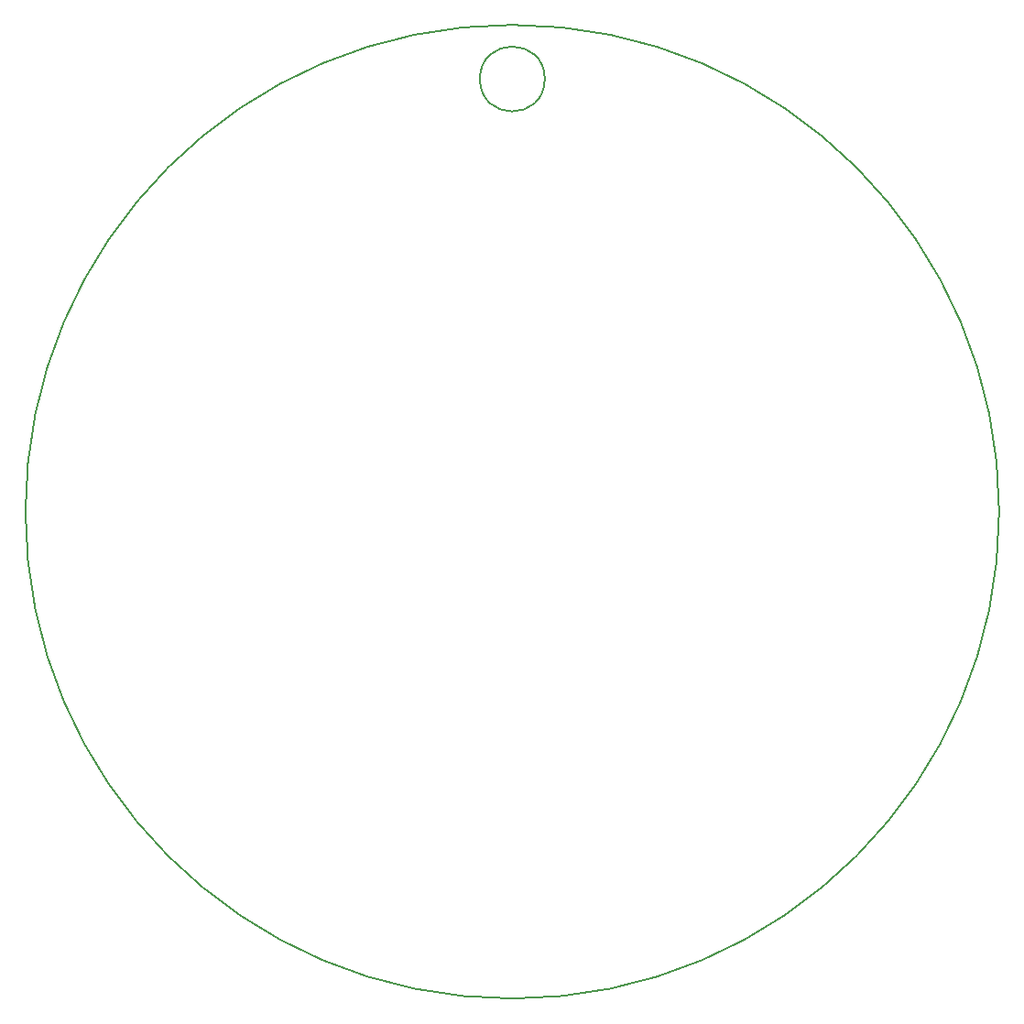
<source format=gm1>
G04 #@! TF.GenerationSoftware,KiCad,Pcbnew,(5.1.4-0-10_14)*
G04 #@! TF.CreationDate,2019-11-18T16:06:03-06:00*
G04 #@! TF.ProjectId,CircuitPythonBadge v1_3,43697263-7569-4745-9079-74686f6e4261,rev?*
G04 #@! TF.SameCoordinates,Original*
G04 #@! TF.FileFunction,Profile,NP*
%FSLAX46Y46*%
G04 Gerber Fmt 4.6, Leading zero omitted, Abs format (unit mm)*
G04 Created by KiCad (PCBNEW (5.1.4-0-10_14)) date 2019-11-18 16:06:03*
%MOMM*%
%LPD*%
G04 APERTURE LIST*
%ADD10C,0.200000*%
G04 APERTURE END LIST*
D10*
X145000000Y-100000000D02*
G75*
G03X145000000Y-100000000I-45000000J0D01*
G01*
X103004148Y-59999997D02*
G75*
G03X103004148Y-59999997I-3000000J0D01*
G01*
M02*

</source>
